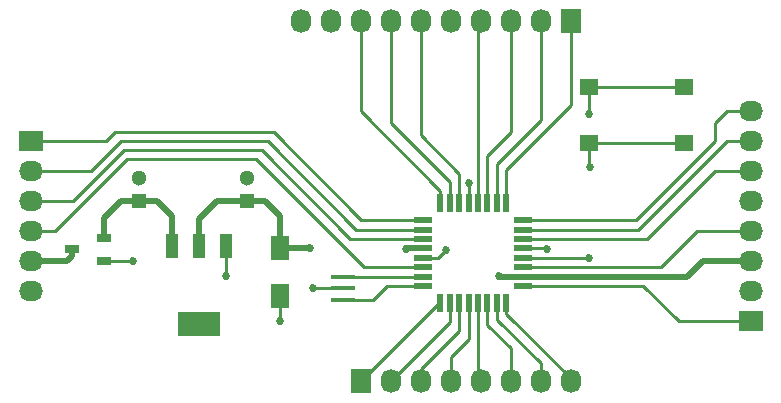
<source format=gbr>
G04 #@! TF.FileFunction,Copper,L1,Top,Signal*
%FSLAX46Y46*%
G04 Gerber Fmt 4.6, Leading zero omitted, Abs format (unit mm)*
G04 Created by KiCad (PCBNEW 4.0.1-stable) date 9/12/2016 12:56:57 PM*
%MOMM*%
G01*
G04 APERTURE LIST*
%ADD10C,0.100000*%
%ADD11R,1.300000X1.300000*%
%ADD12C,1.300000*%
%ADD13R,1.600000X2.000000*%
%ADD14R,2.032000X1.727200*%
%ADD15O,2.032000X1.727200*%
%ADD16R,1.727200X2.032000*%
%ADD17O,1.727200X2.032000*%
%ADD18R,1.200000X0.700000*%
%ADD19R,1.650000X1.400000*%
%ADD20R,3.657600X2.032000*%
%ADD21R,1.016000X2.032000*%
%ADD22R,2.100000X0.300000*%
%ADD23R,1.600000X0.550000*%
%ADD24R,0.550000X1.600000*%
%ADD25C,0.685800*%
%ADD26C,0.508000*%
%ADD27C,0.254000*%
G04 APERTURE END LIST*
D10*
D11*
X155956000Y-60960000D03*
D12*
X155956000Y-58960000D03*
D11*
X165100000Y-60960000D03*
D12*
X165100000Y-58960000D03*
D13*
X167894000Y-64929000D03*
X167894000Y-68929000D03*
D14*
X146812000Y-55880000D03*
D15*
X146812000Y-58420000D03*
X146812000Y-60960000D03*
X146812000Y-63500000D03*
X146812000Y-66040000D03*
X146812000Y-68580000D03*
D16*
X174752000Y-76200000D03*
D17*
X177292000Y-76200000D03*
X179832000Y-76200000D03*
X182372000Y-76200000D03*
X184912000Y-76200000D03*
X187452000Y-76200000D03*
X189992000Y-76200000D03*
X192532000Y-76200000D03*
D18*
X150322000Y-65024000D03*
X153022000Y-65974000D03*
X153022000Y-64074000D03*
D19*
X202135000Y-51302000D03*
X202135000Y-56013000D03*
X194105000Y-56013000D03*
X194105000Y-51302000D03*
D20*
X161036000Y-71374000D03*
D21*
X161036000Y-64770000D03*
X158750000Y-64770000D03*
X163322000Y-64770000D03*
D22*
X173228000Y-69276000D03*
X173228000Y-67376000D03*
X173228000Y-68326000D03*
D23*
X180037001Y-62541000D03*
X180037001Y-63341000D03*
X180037001Y-64141000D03*
X180037001Y-64941000D03*
X180037001Y-65741000D03*
X180037001Y-66541000D03*
X180037001Y-67341000D03*
X180037001Y-68141000D03*
D24*
X181487001Y-69591000D03*
X182287001Y-69591000D03*
X183087001Y-69591000D03*
X183887001Y-69591000D03*
X184687001Y-69591000D03*
X185487001Y-69591000D03*
X186287001Y-69591000D03*
X187087001Y-69591000D03*
D23*
X188537001Y-68141000D03*
X188537001Y-67341000D03*
X188537001Y-66541000D03*
X188537001Y-65741000D03*
X188537001Y-64941000D03*
X188537001Y-64141000D03*
X188537001Y-63341000D03*
X188537001Y-62541000D03*
D24*
X187087001Y-61091000D03*
X186287001Y-61091000D03*
X185487001Y-61091000D03*
X184687001Y-61091000D03*
X183887001Y-61091000D03*
X183087001Y-61091000D03*
X182287001Y-61091000D03*
X181487001Y-61091000D03*
D16*
X192532000Y-45720000D03*
D17*
X189992000Y-45720000D03*
X187452000Y-45720000D03*
X184912000Y-45720000D03*
X182372000Y-45720000D03*
X179832000Y-45720000D03*
X177292000Y-45720000D03*
X174752000Y-45720000D03*
X172212000Y-45720000D03*
X169672000Y-45720000D03*
D14*
X207772000Y-71120000D03*
D15*
X207772000Y-68580000D03*
X207772000Y-66040000D03*
X207772000Y-63500000D03*
X207772000Y-60960000D03*
X207772000Y-58420000D03*
X207772000Y-55880000D03*
X207772000Y-53340000D03*
D25*
X194183000Y-58039000D03*
X181991000Y-65087500D03*
X155448000Y-66040000D03*
X170688000Y-68326000D03*
X167894000Y-71120000D03*
X163322000Y-67310000D03*
X190500000Y-65024000D03*
X186499500Y-67310000D03*
X170434000Y-64897000D03*
X178562000Y-64960500D03*
X194056000Y-65786000D03*
X194056000Y-53594000D03*
X183896000Y-59436000D03*
D26*
X155956000Y-60960000D02*
X157480000Y-60960000D01*
X158750000Y-62230000D02*
X158750000Y-64770000D01*
X157480000Y-60960000D02*
X158750000Y-62230000D01*
X153022000Y-64074000D02*
X153022000Y-62370000D01*
X154432000Y-60960000D02*
X155956000Y-60960000D01*
X153022000Y-62370000D02*
X154432000Y-60960000D01*
D27*
X194105000Y-56013000D02*
X194105000Y-57961000D01*
X194105000Y-57961000D02*
X194183000Y-58039000D01*
X202135000Y-56013000D02*
X194105000Y-56013000D01*
X180037001Y-65741000D02*
X181337500Y-65741000D01*
X181337500Y-65741000D02*
X181991000Y-65087500D01*
X153022000Y-65974000D02*
X155382000Y-65974000D01*
X155382000Y-65974000D02*
X155448000Y-66040000D01*
X173228000Y-68326000D02*
X170688000Y-68326000D01*
X167894000Y-68929000D02*
X167894000Y-71120000D01*
X163322000Y-64770000D02*
X163322000Y-67310000D01*
X188537001Y-64941000D02*
X190417000Y-64941000D01*
X190417000Y-64941000D02*
X190500000Y-65024000D01*
D26*
X188537001Y-67341000D02*
X202407000Y-67341000D01*
X203708000Y-66040000D02*
X207772000Y-66040000D01*
X202407000Y-67341000D02*
X203708000Y-66040000D01*
X165100000Y-60960000D02*
X166624000Y-60960000D01*
X167894000Y-62230000D02*
X167894000Y-64929000D01*
X166624000Y-60960000D02*
X167894000Y-62230000D01*
X161036000Y-64770000D02*
X161036000Y-62484000D01*
X162560000Y-60960000D02*
X165100000Y-60960000D01*
X161036000Y-62484000D02*
X162560000Y-60960000D01*
X167894000Y-64008000D02*
X167894000Y-64929000D01*
X186499500Y-67310000D02*
X186530500Y-67341000D01*
X186530500Y-67341000D02*
X188537001Y-67341000D01*
X167894000Y-64929000D02*
X170402000Y-64929000D01*
X170402000Y-64929000D02*
X170434000Y-64897000D01*
X178581500Y-64941000D02*
X180037001Y-64941000D01*
X178562000Y-64960500D02*
X178581500Y-64941000D01*
D27*
X167862000Y-64897000D02*
X167894000Y-64929000D01*
X194011000Y-65741000D02*
X194056000Y-65786000D01*
X188537001Y-65741000D02*
X194011000Y-65741000D01*
X194105000Y-51302000D02*
X202135000Y-51302000D01*
X194105000Y-53545000D02*
X194105000Y-51302000D01*
X194056000Y-53594000D02*
X194105000Y-53545000D01*
X183887001Y-59444999D02*
X183896000Y-59436000D01*
X183887001Y-61091000D02*
X183887001Y-59444999D01*
X187087001Y-61091000D02*
X187087001Y-58276999D01*
X187087001Y-58276999D02*
X192532000Y-52832000D01*
X192532000Y-52832000D02*
X192532000Y-45720000D01*
X186287001Y-57806999D02*
X189992000Y-54102000D01*
X186287001Y-61091000D02*
X186287001Y-57806999D01*
X189992000Y-54102000D02*
X189992000Y-45720000D01*
X185487001Y-61091000D02*
X185487001Y-57082999D01*
X187452000Y-55118000D02*
X187452000Y-45720000D01*
X185487001Y-57082999D02*
X187452000Y-55118000D01*
X184687001Y-61091000D02*
X184687001Y-45944999D01*
X184687001Y-45944999D02*
X184912000Y-45720000D01*
X183087001Y-61091000D02*
X183087001Y-58627001D01*
X183087001Y-58627001D02*
X179832000Y-55372000D01*
X179832000Y-55372000D02*
X179832000Y-45720000D01*
X182287001Y-59351001D02*
X177292000Y-54356000D01*
X182287001Y-61091000D02*
X182287001Y-59351001D01*
X177292000Y-54356000D02*
X177292000Y-45720000D01*
X159004000Y-55118000D02*
X167386000Y-55118000D01*
X153162000Y-55880000D02*
X153924000Y-55118000D01*
X146812000Y-55880000D02*
X153162000Y-55880000D01*
X153924000Y-55118000D02*
X159004000Y-55118000D01*
X174809000Y-62541000D02*
X180037001Y-62541000D01*
X167386000Y-55118000D02*
X174809000Y-62541000D01*
X159004000Y-55880000D02*
X166878000Y-55880000D01*
X151892000Y-58420000D02*
X154432000Y-55880000D01*
X146812000Y-58420000D02*
X151892000Y-58420000D01*
X154432000Y-55880000D02*
X159004000Y-55880000D01*
X174339000Y-63341000D02*
X180037001Y-63341000D01*
X166878000Y-55880000D02*
X174339000Y-63341000D01*
X159004000Y-56642000D02*
X166370000Y-56642000D01*
X150368000Y-60960000D02*
X154686000Y-56642000D01*
X146812000Y-60960000D02*
X150368000Y-60960000D01*
X154686000Y-56642000D02*
X159004000Y-56642000D01*
X173869000Y-64141000D02*
X180037001Y-64141000D01*
X166370000Y-56642000D02*
X173869000Y-64141000D01*
D26*
X150322000Y-65024000D02*
X150322000Y-65578000D01*
X149860000Y-66040000D02*
X146812000Y-66040000D01*
X150322000Y-65578000D02*
X149860000Y-66040000D01*
D27*
X181487001Y-69591000D02*
X181361000Y-69591000D01*
X181361000Y-69591000D02*
X174752000Y-76200000D01*
X182287001Y-69591000D02*
X182287001Y-71204999D01*
X182287001Y-71204999D02*
X177292000Y-76200000D01*
X183087001Y-69591000D02*
X183087001Y-71928999D01*
X183087001Y-71928999D02*
X179832000Y-75184000D01*
X179832000Y-75184000D02*
X179832000Y-76200000D01*
X183887001Y-69591000D02*
X183887001Y-72652999D01*
X182372000Y-74168000D02*
X182372000Y-76200000D01*
X183887001Y-72652999D02*
X182372000Y-74168000D01*
X184687001Y-69591000D02*
X184687001Y-75975001D01*
X184687001Y-75975001D02*
X184912000Y-76200000D01*
X185487001Y-69591000D02*
X185487001Y-71441001D01*
X187452000Y-73406000D02*
X187452000Y-76200000D01*
X185487001Y-71441001D02*
X187452000Y-73406000D01*
X186287001Y-69591000D02*
X186287001Y-70971001D01*
X189992000Y-74676000D02*
X189992000Y-76200000D01*
X186287001Y-70971001D02*
X189992000Y-74676000D01*
X187087001Y-69591000D02*
X187087001Y-70501001D01*
X187087001Y-70501001D02*
X192532000Y-75946000D01*
X192532000Y-75946000D02*
X192532000Y-76200000D01*
X188537001Y-68141000D02*
X198697000Y-68141000D01*
X201676000Y-71120000D02*
X207772000Y-71120000D01*
X198697000Y-68141000D02*
X201676000Y-71120000D01*
X188537001Y-64141000D02*
X199003000Y-64141000D01*
X204724000Y-58420000D02*
X207772000Y-58420000D01*
X199003000Y-64141000D02*
X204724000Y-58420000D01*
X188537001Y-63341000D02*
X198279000Y-63341000D01*
X205740000Y-55880000D02*
X207772000Y-55880000D01*
X198279000Y-63341000D02*
X205740000Y-55880000D01*
X173228000Y-69276000D02*
X175834000Y-69276000D01*
X176969000Y-68141000D02*
X180037001Y-68141000D01*
X175834000Y-69276000D02*
X176969000Y-68141000D01*
X173228000Y-67376000D02*
X180002001Y-67376000D01*
X180002001Y-67376000D02*
X180037001Y-67341000D01*
X181487001Y-61091000D02*
X181487001Y-60075001D01*
X174752000Y-53340000D02*
X174752000Y-45720000D01*
X181487001Y-60075001D02*
X174752000Y-53340000D01*
X159004000Y-57404000D02*
X165862000Y-57404000D01*
X148844000Y-63500000D02*
X154940000Y-57404000D01*
X146812000Y-63500000D02*
X148844000Y-63500000D01*
X154940000Y-57404000D02*
X159004000Y-57404000D01*
X174999000Y-66541000D02*
X180037001Y-66541000D01*
X165862000Y-57404000D02*
X174999000Y-66541000D01*
X188537001Y-66541000D02*
X200159000Y-66541000D01*
X203200000Y-63500000D02*
X207772000Y-63500000D01*
X200159000Y-66541000D02*
X203200000Y-63500000D01*
X188537001Y-62541000D02*
X198063000Y-62541000D01*
X205740000Y-53340000D02*
X207772000Y-53340000D01*
X204724000Y-54356000D02*
X205740000Y-53340000D01*
X204724000Y-55880000D02*
X204724000Y-54356000D01*
X198063000Y-62541000D02*
X204724000Y-55880000D01*
M02*

</source>
